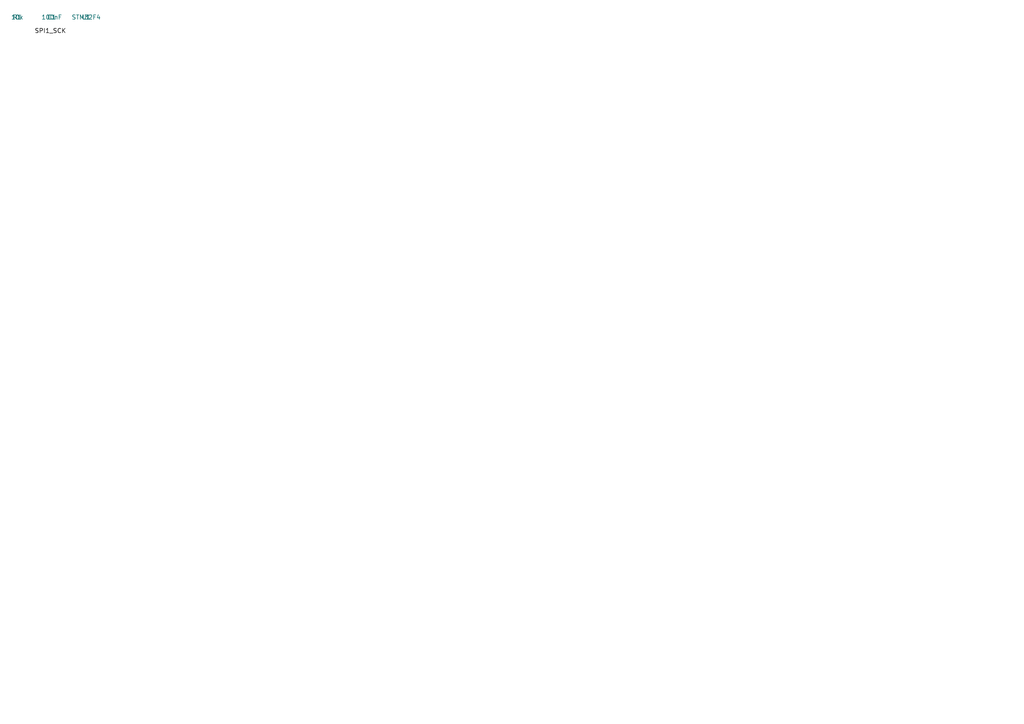
<source format=kicad_sch>
(kicad_sch (version 20211014) (generator kiutils)
  (paper "A4")

  (title_block
    (title "New Title")
    (date "2026-02-17")
    (rev "1.0")
    (company "TestCo")
  )
  (lib_symbols)

  (label "SPI1_SCK" (at 10 10 0)
    (effects (font (size 1.27 1.27)) (justify left bottom))
    (uuid bbbb-0001)
  )

  (symbol (lib_id "Device:R") (at 5 5 0) (unit 1)
    (in_bom yes) (on_board yes)
    (uuid aaaa-0001)
    (property "Reference" "R1" (at 5 5 0)
      (effects (font (size 1.27 1.27)))
    )
    (property "Value" "10k" (at 5 5 0)
      (effects (font (size 1.27 1.27)))
    )
    (property "Footprint" "Resistor_SMD:R_0402_1005Metric" (at 5 5 0)
      (effects (font (size 1.27 1.27)) hide)
    )
    (property "Datasheet" "~" (at 5 5 0)
      (effects (font (size 1.27 1.27)) hide)
    )
    (instances
      (project "test"
        (path "/"
          (reference "R1") (unit 1)
        )
      )
    )
  )

  (symbol (lib_id "Device:C") (at 15 5 0) (unit 1)
    (in_bom yes) (on_board yes)
    (uuid aaaa-0002)
    (property "Reference" "C1" (at 15 5 0)
      (effects (font (size 1.27 1.27)))
    )
    (property "Value" "100nF" (at 15 5 0)
      (effects (font (size 1.27 1.27)))
    )
    (property "Footprint" "Capacitor_SMD:C_0402_1005Metric" (at 15 5 0)
      (effects (font (size 1.27 1.27)) hide)
    )
    (property "Datasheet" "~" (at 15 5 0)
      (effects (font (size 1.27 1.27)) hide)
    )
    (instances
      (project "test"
        (path "/"
          (reference "C1") (unit 1)
        )
      )
    )
  )

  (symbol (lib_id "Device:IC") (at 25 5 0) (unit 1)
    (in_bom yes) (on_board yes)
    (uuid aaaa-0003)
    (property "Reference" "U1" (at 25 5 0)
      (effects (font (size 1.27 1.27)))
    )
    (property "Value" "STM32F4" (at 25 5 0)
      (effects (font (size 1.27 1.27)))
    )
    (property "Footprint" "" (at 25 5 0)
      (effects (font (size 1.27 1.27)) hide)
    )
    (property "Datasheet" "~" (at 25 5 0)
      (effects (font (size 1.27 1.27)) hide)
    )
    (instances
      (project "test"
        (path "/"
          (reference "U1") (unit 1)
        )
      )
    )
  )

  (sheet_instances
    (path "/" (page "1"))
  )
)

</source>
